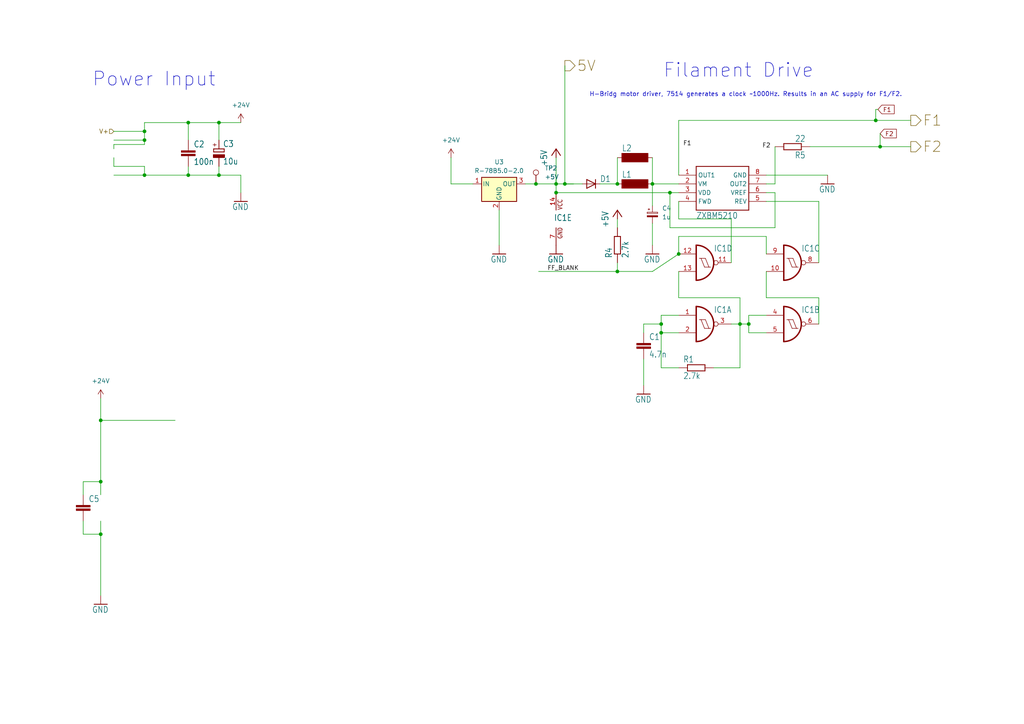
<source format=kicad_sch>
(kicad_sch (version 20230121) (generator eeschema)
  (paper "A4")
  (lib_symbols
    (symbol "Connector:TestPoint" (pin_numbers hide) (pin_names (offset 0.762) hide)
      (property "Reference" "TP" (at 0 6.858 0))
      (property "Value" "TestPoint" (at 0 5.08 0))
      (symbol "TestPoint_0_1"
        (circle (center 0 3.302) (radius 0.762))
      )
      (symbol "TestPoint_1_1"
        (pin passive line (at 0 0 90) (length 2.54) (name "1") (number "1"))
      )
    )
    (symbol "Device:C_Polarized_Small" (pin_numbers hide) (pin_names (offset 0.254) hide)
      (property "Reference" "C" (at 0.254 1.778 0))
      (property "Value" "C_Polarized_Small" (at 0.254 -2.032 0))
      (symbol "C_Polarized_Small_0_1"
        (rectangle (start -1.524 -0.3048) (end 1.524 -0.6858) (fill (type outline)))
        (rectangle (start -1.524 0.6858) (end 1.524 0.3048))
        (polyline (pts (xy -1.27 1.524) (xy -0.762 1.524)))
        (polyline (pts (xy -1.016 1.27) (xy -1.016 1.778)))
      )
      (symbol "C_Polarized_Small_1_1"
        (pin passive line (at 0 2.54 270) (length 1.8542) (name "~") (number "1"))
        (pin passive line (at 0 -2.54 90) (length 1.8542) (name "~") (number "2"))
      )
    )
    (symbol "Regulator_Switching:R-78B5.0-2.0" (pin_names (offset 0.254))
      (property "Reference" "U" (at -3.81 3.175 0))
      (property "Value" "R-78B5.0-2.0" (at 0 3.175 0))
      (symbol "R-78B5.0-2.0_0_1"
        (rectangle (start -5.08 1.905) (end 5.08 -5.08) (stroke (width 0.254)) (fill (type background)))
      )
      (symbol "R-78B5.0-2.0_1_1"
        (pin power_in line (at -7.62 0 0) (length 2.54) (name "IN") (number "1"))
        (pin power_in line (at 0 -7.62 90) (length 2.54) (name "GND") (number "2"))
        (pin power_out line (at 7.62 0 180) (length 2.54) (name "OUT") (number "3"))
      )
    )
    (symbol "VFD-Power-eagle-import:+5V" (power)
      (property "Value" "+5V" (at -2.54 -5.08 90))
      (symbol "+5V_1_0"
        (polyline (pts (xy 0 0) (xy -1.27 -1.905)) (stroke (width 0.254)))
        (polyline (pts (xy 1.27 -1.905) (xy 0 0)) (stroke (width 0.254)))
        (pin power_in line (at 0 -2.54 90) (length 2.54) (name "+5V") (number "1"))
      )
    )
    (symbol "VFD-Power-eagle-import:74132D"
      (property "Reference" "IC" (at -0.635 -0.635 0))
      (symbol "74132D_1_0"
        (arc (start -2.54 -5.08) (mid 2.5179 0) (end -2.54 5.08) (stroke (width 0.4064)))
        (polyline (pts (xy -2.54 5.08) (xy -2.54 -5.08)) (stroke (width 0.4064)))
        (polyline (pts (xy -1.651 1.27) (xy -1.143 1.27)) (stroke (width 0.1524)))
        (polyline (pts (xy -1.143 1.27) (xy 0.127 1.27)) (stroke (width 0.1524)))
        (polyline (pts (xy -0.127 -1.27) (xy -1.143 1.27)) (stroke (width 0.1524)))
        (polyline (pts (xy -0.127 -1.27) (xy 1.143 -1.27)) (stroke (width 0.1524)))
        (polyline (pts (xy 1.143 -1.27) (xy 0.127 1.27)) (stroke (width 0.1524)))
        (polyline (pts (xy 1.143 -1.27) (xy 1.651 -1.27)) (stroke (width 0.1524)))
        (pin input line (at -7.62 2.54 0) (length 5.08) (name "I0") (number "1"))
        (pin input line (at -7.62 -2.54 0) (length 5.08) (name "I1") (number "2"))
        (pin output inverted (at 7.62 0 180) (length 5.08) (name "O") (number "3"))
      )
      (symbol "74132D_2_0"
        (arc (start -2.54 -5.08) (mid 2.5179 0) (end -2.54 5.08) (stroke (width 0.4064)))
        (polyline (pts (xy -2.54 5.08) (xy -2.54 -5.08)) (stroke (width 0.4064)))
        (polyline (pts (xy -1.651 1.27) (xy -1.143 1.27)) (stroke (width 0.1524)))
        (polyline (pts (xy -1.143 1.27) (xy 0.127 1.27)) (stroke (width 0.1524)))
        (polyline (pts (xy -0.127 -1.27) (xy -1.143 1.27)) (stroke (width 0.1524)))
        (polyline (pts (xy -0.127 -1.27) (xy 1.143 -1.27)) (stroke (width 0.1524)))
        (polyline (pts (xy 1.143 -1.27) (xy 0.127 1.27)) (stroke (width 0.1524)))
        (polyline (pts (xy 1.143 -1.27) (xy 1.651 -1.27)) (stroke (width 0.1524)))
        (pin input line (at -7.62 2.54 0) (length 5.08) (name "I0") (number "4"))
        (pin input line (at -7.62 -2.54 0) (length 5.08) (name "I1") (number "5"))
        (pin output inverted (at 7.62 0 180) (length 5.08) (name "O") (number "6"))
      )
      (symbol "74132D_3_0"
        (arc (start -2.54 -5.08) (mid 2.5179 0) (end -2.54 5.08) (stroke (width 0.4064)))
        (polyline (pts (xy -2.54 5.08) (xy -2.54 -5.08)) (stroke (width 0.4064)))
        (polyline (pts (xy -1.651 1.27) (xy -1.143 1.27)) (stroke (width 0.1524)))
        (polyline (pts (xy -1.143 1.27) (xy 0.127 1.27)) (stroke (width 0.1524)))
        (polyline (pts (xy -0.127 -1.27) (xy -1.143 1.27)) (stroke (width 0.1524)))
        (polyline (pts (xy -0.127 -1.27) (xy 1.143 -1.27)) (stroke (width 0.1524)))
        (polyline (pts (xy 1.143 -1.27) (xy 0.127 1.27)) (stroke (width 0.1524)))
        (polyline (pts (xy 1.143 -1.27) (xy 1.651 -1.27)) (stroke (width 0.1524)))
        (pin input line (at -7.62 -2.54 0) (length 5.08) (name "I1") (number "10"))
        (pin output inverted (at 7.62 0 180) (length 5.08) (name "O") (number "8"))
        (pin input line (at -7.62 2.54 0) (length 5.08) (name "I0") (number "9"))
      )
      (symbol "74132D_4_0"
        (arc (start -2.54 -5.08) (mid 2.5179 0) (end -2.54 5.08) (stroke (width 0.4064)))
        (polyline (pts (xy -2.54 5.08) (xy -2.54 -5.08)) (stroke (width 0.4064)))
        (polyline (pts (xy -1.651 1.27) (xy -1.143 1.27)) (stroke (width 0.1524)))
        (polyline (pts (xy -1.143 1.27) (xy 0.127 1.27)) (stroke (width 0.1524)))
        (polyline (pts (xy -0.127 -1.27) (xy -1.143 1.27)) (stroke (width 0.1524)))
        (polyline (pts (xy -0.127 -1.27) (xy 1.143 -1.27)) (stroke (width 0.1524)))
        (polyline (pts (xy 1.143 -1.27) (xy 0.127 1.27)) (stroke (width 0.1524)))
        (polyline (pts (xy 1.143 -1.27) (xy 1.651 -1.27)) (stroke (width 0.1524)))
        (pin output inverted (at 7.62 0 180) (length 5.08) (name "O") (number "11"))
        (pin input line (at -7.62 2.54 0) (length 5.08) (name "I0") (number "12"))
        (pin input line (at -7.62 -2.54 0) (length 5.08) (name "I1") (number "13"))
      )
      (symbol "74132D_5_0"
        (text "GND" (at 1.905 -5.842 900) (effects (font (size 1.27 1.0795)) (justify left bottom)))
        (text "VCC" (at 1.905 2.54 900) (effects (font (size 1.27 1.0795)) (justify left bottom)))
        (pin power_in line (at 0 7.62 270) (length 5.08) (name "VCC") (number "14"))
        (pin power_in line (at 0 -7.62 90) (length 5.08) (name "GND") (number "7"))
      )
    )
    (symbol "VFD-Power-eagle-import:C-EUC1206"
      (property "Reference" "C" (at 1.524 0.381 0))
      (symbol "C-EUC1206_1_0"
        (rectangle (start -2.032 -2.032) (end 2.032 -1.524) (fill (type outline)))
        (rectangle (start -2.032 -1.016) (end 2.032 -0.508) (fill (type outline)))
        (polyline (pts (xy 0 -2.54) (xy 0 -2.032)) (stroke (width 0.1524)))
        (polyline (pts (xy 0 0) (xy 0 -0.508)) (stroke (width 0.1524)))
        (pin passive line (at 0 2.54 270) (length 2.54) (name "1") (number "1"))
        (pin passive line (at 0 -5.08 90) (length 2.54) (name "2") (number "2"))
      )
    )
    (symbol "VFD-Power-eagle-import:CPOL-EU153CLV-0807"
      (property "Reference" "C" (at 1.143 0.4826 0))
      (symbol "CPOL-EU153CLV-0807_1_0"
        (rectangle (start -1.651 -2.54) (end 1.651 -1.651) (fill (type outline)))
        (polyline (pts (xy -1.524 -0.889) (xy 1.524 -0.889)) (stroke (width 0.254)))
        (polyline (pts (xy -1.524 0) (xy -1.524 -0.889)) (stroke (width 0.254)))
        (polyline (pts (xy -1.524 0) (xy 1.524 0)) (stroke (width 0.254)))
        (polyline (pts (xy 1.524 -0.889) (xy 1.524 0)) (stroke (width 0.254)))
        (text "+" (at -0.5842 0.4064 900) (effects (font (size 1.27 1.0795)) (justify left bottom)))
        (pin passive line (at 0 2.54 270) (length 2.54) (name "+") (number "+"))
        (pin passive line (at 0 -5.08 90) (length 2.54) (name "-") (number "-"))
      )
    )
    (symbol "VFD-Power-eagle-import:GND" (power)
      (property "Value" "GND" (at -2.54 -2.54 0))
      (symbol "GND_1_0"
        (polyline (pts (xy -1.905 0) (xy 1.905 0)) (stroke (width 0.254)))
        (pin power_in line (at 0 2.54 270) (length 2.54) (name "GND") (number "1"))
      )
    )
    (symbol "VFD-Power-eagle-import:MS85"
      (property "Reference" "L" (at -3.81 1.778 0))
      (symbol "MS85_1_0"
        (rectangle (start -3.81 -1.27) (end 3.81 1.27) (fill (type outline)))
        (pin passive line (at -5.08 0 0) (length 2.54) (name "1") (number "1"))
        (pin passive line (at 5.08 0 180) (length 2.54) (name "2") (number "2"))
      )
    )
    (symbol "VFD-Power-eagle-import:R-EU_0411/15"
      (property "Reference" "R" (at -3.81 1.4986 0))
      (symbol "R-EU_0411/15_1_0"
        (polyline (pts (xy -2.54 -0.889) (xy -2.54 0.889)) (stroke (width 0.254)))
        (polyline (pts (xy -2.54 -0.889) (xy 2.54 -0.889)) (stroke (width 0.254)))
        (polyline (pts (xy 2.54 -0.889) (xy 2.54 0.889)) (stroke (width 0.254)))
        (polyline (pts (xy 2.54 0.889) (xy -2.54 0.889)) (stroke (width 0.254)))
        (pin passive line (at -5.08 0 0) (length 2.54) (name "1") (number "1"))
        (pin passive line (at 5.08 0 180) (length 2.54) (name "2") (number "2"))
      )
    )
    (symbol "VFD-Power-eagle-import:R-EU_R1206"
      (property "Reference" "R" (at -3.81 1.4986 0))
      (symbol "R-EU_R1206_1_0"
        (polyline (pts (xy -2.54 -0.889) (xy -2.54 0.889)) (stroke (width 0.254)))
        (polyline (pts (xy -2.54 -0.889) (xy 2.54 -0.889)) (stroke (width 0.254)))
        (polyline (pts (xy 2.54 -0.889) (xy 2.54 0.889)) (stroke (width 0.254)))
        (polyline (pts (xy 2.54 0.889) (xy -2.54 0.889)) (stroke (width 0.254)))
        (pin passive line (at -5.08 0 0) (length 2.54) (name "1") (number "1"))
        (pin passive line (at 5.08 0 180) (length 2.54) (name "2") (number "2"))
      )
    )
    (symbol "VFD-Power-eagle-import:SM-NE45"
      (property "Reference" "L" (at -3.81 1.778 0))
      (symbol "SM-NE45_1_0"
        (rectangle (start -3.81 -1.27) (end 3.81 1.27) (fill (type outline)))
        (pin passive line (at -5.08 0 0) (length 2.54) (name "1") (number "1"))
        (pin passive line (at 5.08 0 180) (length 2.54) (name "2") (number "2"))
      )
    )
    (symbol "VFD-Power-eagle-import:ZXBM5210"
      (symbol "ZXBM5210_1_0"
        (polyline (pts (xy -7.62 -7.62) (xy 7.62 -7.62)) (stroke (width 0.254)))
        (polyline (pts (xy -7.62 5.08) (xy -7.62 -7.62)) (stroke (width 0.254)))
        (polyline (pts (xy 7.62 -7.62) (xy 7.62 5.08)) (stroke (width 0.254)))
        (polyline (pts (xy 7.62 5.08) (xy -7.62 5.08)) (stroke (width 0.254)))
        (pin bidirectional line (at -12.7 2.54 0) (length 5.08) (name "OUT1") (number "1"))
        (pin bidirectional line (at -12.7 0 0) (length 5.08) (name "VM") (number "2"))
        (pin bidirectional line (at -12.7 -2.54 0) (length 5.08) (name "VDD") (number "3"))
        (pin bidirectional line (at -12.7 -5.08 0) (length 5.08) (name "FWD") (number "4"))
        (pin bidirectional line (at 12.7 -5.08 180) (length 5.08) (name "REV") (number "5"))
        (pin bidirectional line (at 12.7 -2.54 180) (length 5.08) (name "VREF") (number "6"))
        (pin bidirectional line (at 12.7 0 180) (length 5.08) (name "OUT2") (number "7"))
        (pin bidirectional line (at 12.7 2.54 180) (length 5.08) (name "GND") (number "8"))
      )
    )
    (symbol "VFD-Power:DIODE-SOD123"
      (property "Reference" "D" (at -1.27 2.54 0))
      (symbol "DIODE-SOD123_1_0"
        (polyline (pts (xy -1.27 -1.27) (xy 1.27 0)) (stroke (width 0.254)))
        (polyline (pts (xy -1.27 1.27) (xy -1.27 -1.27)) (stroke (width 0.254)))
        (polyline (pts (xy 1.27 0) (xy -1.27 1.27)) (stroke (width 0.254)))
        (polyline (pts (xy 1.27 0) (xy 1.27 -1.27)) (stroke (width 0.254)))
        (polyline (pts (xy 1.27 1.27) (xy 1.27 0)) (stroke (width 0.254)))
        (pin passive line (at -2.54 0 0) (length 2.54) (name "A") (number "A"))
        (pin passive line (at 2.54 0 180) (length 2.54) (name "C") (number "C"))
      )
    )
    (symbol "power:+24V" (power) (pin_names (offset 0))
      (property "Value" "+24V" (at 0 3.556 0))
      (symbol "+24V_0_1"
        (polyline (pts (xy -0.762 1.27) (xy 0 2.54)))
        (polyline (pts (xy 0 0) (xy 0 2.54)))
        (polyline (pts (xy 0 2.54) (xy 0.762 1.27)))
      )
      (symbol "+24V_1_1"
        (pin power_in line (at 0 0 90) (length 0) hide (name "+24V") (number "1"))
      )
    )
  )
  (junction (at 214.63 93.98))
  (junction (at 54.61 50.8))
  (junction (at 29.21 139.7))
  (junction (at 191.77 96.52))
  (junction (at 41.91 38.1))
  (junction (at 179.07 53.34))
  (junction (at 196.85 73.66))
  (junction (at 63.5 35.56))
  (junction (at 254 34.925))
  (junction (at 255.27 42.545))
  (junction (at 191.77 93.98))
  (junction (at 161.29 53.34))
  (junction (at 163.83 53.34))
  (junction (at 63.5 50.8))
  (junction (at 155.448 53.34))
  (junction (at 54.61 35.56))
  (junction (at 217.17 93.98))
  (junction (at 189.23 53.34))
  (junction (at 29.21 121.92))
  (junction (at 29.21 154.94))
  (junction (at 179.07 78.74))
  (junction (at 161.29 55.88))
  (junction (at 41.91 50.8))
  (junction (at 194.31 55.88))
  (junction (at 41.91 40.64))
  (wire (pts (xy 155.448 53.34) (xy 161.29 53.34)))
  (wire (pts (xy 41.91 50.8) (xy 54.61 50.8)) (stroke (width 0.1524)))
  (wire (pts (xy 254.635 31.75) (xy 254 31.75)))
  (wire (pts (xy 224.79 55.88) (xy 224.79 66.04)) (stroke (width 0.1524)))
  (wire (pts (xy 196.85 73.66) (xy 189.23 78.74)) (stroke (width 0.1524)))
  (wire (pts (xy 179.07 66.04) (xy 179.07 63.5)) (stroke (width 0.1524)))
  (wire (pts (xy 196.85 86.36) (xy 214.63 86.36)) (stroke (width 0.1524)))
  (wire (pts (xy 33.02 40.64) (xy 41.91 40.64)))
  (wire (pts (xy 41.91 41.91) (xy 41.91 40.64)) (stroke (width 0.1524)))
  (wire (pts (xy 33.02 45.72) (xy 33.02 48.26)) (stroke (width 0.1524)))
  (wire (pts (xy 214.63 93.98) (xy 214.63 106.68)) (stroke (width 0.1524)))
  (wire (pts (xy 224.79 42.545) (xy 224.79 53.34)) (stroke (width 0.1524)))
  (wire (pts (xy 163.83 53.34) (xy 168.91 53.34)) (stroke (width 0.1524)))
  (wire (pts (xy 254 34.925) (xy 196.85 34.925)))
  (wire (pts (xy 29.21 139.7) (xy 29.21 143.51)) (stroke (width 0.1524)))
  (wire (pts (xy 196.85 34.925) (xy 196.85 50.8)))
  (wire (pts (xy 196.85 58.42) (xy 196.85 63.5)) (stroke (width 0.1524)))
  (wire (pts (xy 29.21 121.92) (xy 29.21 115.57)) (stroke (width 0.1524)))
  (wire (pts (xy 255.27 42.545) (xy 264.16 42.545)))
  (wire (pts (xy 237.49 58.42) (xy 222.25 58.42)) (stroke (width 0.1524)))
  (wire (pts (xy 189.23 59.69) (xy 189.23 53.34)) (stroke (width 0.1524)))
  (wire (pts (xy 144.78 60.96) (xy 144.78 71.12)))
  (wire (pts (xy 163.83 19.05) (xy 163.83 53.34)))
  (wire (pts (xy 179.07 76.2) (xy 179.07 78.74)) (stroke (width 0.1524)))
  (wire (pts (xy 33.02 38.1) (xy 41.91 38.1)))
  (wire (pts (xy 255.27 38.735) (xy 255.27 42.545)))
  (wire (pts (xy 29.21 154.94) (xy 29.21 151.13)) (stroke (width 0.1524)))
  (wire (pts (xy 33.02 41.91) (xy 41.91 41.91)) (stroke (width 0.1524)))
  (wire (pts (xy 189.23 64.77) (xy 189.23 71.12)) (stroke (width 0.1524)))
  (wire (pts (xy 179.07 45.72) (xy 179.07 53.34)) (stroke (width 0.1524)))
  (wire (pts (xy 161.29 53.34) (xy 161.29 52.07)))
  (wire (pts (xy 222.25 68.58) (xy 196.85 68.58)) (stroke (width 0.1524)))
  (wire (pts (xy 163.83 53.34) (xy 161.29 53.34)) (stroke (width 0.1524)))
  (wire (pts (xy 189.23 53.34) (xy 196.85 53.34)) (stroke (width 0.1524)))
  (wire (pts (xy 254 31.75) (xy 254 34.925)))
  (wire (pts (xy 179.07 78.74) (xy 156.21 78.74)) (stroke (width 0.1524)))
  (wire (pts (xy 41.91 38.1) (xy 41.91 35.56)) (stroke (width 0.1524)))
  (wire (pts (xy 222.25 78.74) (xy 222.25 86.36)) (stroke (width 0.1524)))
  (wire (pts (xy 54.61 40.64) (xy 54.61 35.56)) (stroke (width 0.1524)))
  (wire (pts (xy 212.09 93.98) (xy 214.63 93.98)) (stroke (width 0.1524)))
  (wire (pts (xy 224.79 53.34) (xy 222.25 53.34)) (stroke (width 0.1524)))
  (wire (pts (xy 214.63 106.68) (xy 207.01 106.68)) (stroke (width 0.1524)))
  (wire (pts (xy 41.91 40.64) (xy 41.91 38.1)) (stroke (width 0.1524)))
  (wire (pts (xy 161.29 45.72) (xy 161.29 53.34)) (stroke (width 0.1524)))
  (wire (pts (xy 161.29 55.88) (xy 194.31 55.88)) (stroke (width 0.1524)))
  (wire (pts (xy 222.25 55.88) (xy 224.79 55.88)) (stroke (width 0.1524)))
  (wire (pts (xy 29.21 121.92) (xy 50.8 121.92)) (stroke (width 0.1524)))
  (wire (pts (xy 29.21 139.7) (xy 24.13 139.7)) (stroke (width 0.1524)))
  (wire (pts (xy 29.21 172.72) (xy 29.21 154.94)) (stroke (width 0.1524)))
  (wire (pts (xy 69.85 50.8) (xy 63.5 50.8)) (stroke (width 0.1524)))
  (wire (pts (xy 130.81 53.34) (xy 137.16 53.34)))
  (wire (pts (xy 29.21 154.94) (xy 24.13 154.94)) (stroke (width 0.1524)))
  (wire (pts (xy 33.02 43.18) (xy 33.02 41.91)) (stroke (width 0.1524)))
  (wire (pts (xy 29.21 121.92) (xy 29.21 139.7)) (stroke (width 0.1524)))
  (wire (pts (xy 173.99 53.34) (xy 179.07 53.34)) (stroke (width 0.1524)))
  (wire (pts (xy 191.77 91.44) (xy 191.77 93.98)) (stroke (width 0.1524)))
  (wire (pts (xy 63.5 40.64) (xy 63.5 35.56)) (stroke (width 0.1524)))
  (wire (pts (xy 41.91 35.56) (xy 54.61 35.56)) (stroke (width 0.1524)))
  (wire (pts (xy 189.23 45.72) (xy 189.23 53.34)) (stroke (width 0.1524)))
  (wire (pts (xy 234.95 42.545) (xy 255.27 42.545)))
  (wire (pts (xy 33.02 48.26) (xy 41.91 48.26)) (stroke (width 0.1524)))
  (wire (pts (xy 186.69 111.76) (xy 186.69 104.14)) (stroke (width 0.1524)))
  (wire (pts (xy 222.25 73.66) (xy 222.25 68.58)) (stroke (width 0.1524)))
  (wire (pts (xy 33.02 50.8) (xy 41.91 50.8)))
  (wire (pts (xy 222.25 50.8) (xy 240.03 50.8)) (stroke (width 0.1524)))
  (wire (pts (xy 54.61 35.56) (xy 63.5 35.56)) (stroke (width 0.1524)))
  (wire (pts (xy 217.17 96.52) (xy 217.17 93.98)) (stroke (width 0.1524)))
  (wire (pts (xy 161.29 53.34) (xy 161.29 55.88)) (stroke (width 0.1524)))
  (wire (pts (xy 196.85 68.58) (xy 196.85 73.66)) (stroke (width 0.1524)))
  (wire (pts (xy 130.81 45.72) (xy 130.81 53.34)))
  (wire (pts (xy 69.85 55.88) (xy 69.85 50.8)) (stroke (width 0.1524)))
  (wire (pts (xy 196.85 96.52) (xy 191.77 96.52)) (stroke (width 0.1524)))
  (wire (pts (xy 237.49 86.36) (xy 237.49 93.98)) (stroke (width 0.1524)))
  (wire (pts (xy 264.16 34.925) (xy 254 34.925)))
  (wire (pts (xy 194.31 55.88) (xy 196.85 55.88)) (stroke (width 0.1524)))
  (wire (pts (xy 191.77 96.52) (xy 191.77 93.98)) (stroke (width 0.1524)))
  (wire (pts (xy 63.5 50.8) (xy 54.61 50.8)) (stroke (width 0.1524)))
  (wire (pts (xy 196.85 91.44) (xy 191.77 91.44)) (stroke (width 0.1524)))
  (wire (pts (xy 186.69 93.98) (xy 191.77 93.98)) (stroke (width 0.1524)))
  (wire (pts (xy 54.61 50.8) (xy 54.61 48.26)) (stroke (width 0.1524)))
  (wire (pts (xy 194.31 66.04) (xy 194.31 55.88)) (stroke (width 0.1524)))
  (wire (pts (xy 63.5 35.56) (xy 69.85 35.56)))
  (wire (pts (xy 222.25 86.36) (xy 237.49 86.36)) (stroke (width 0.1524)))
  (wire (pts (xy 189.23 78.74) (xy 179.07 78.74)) (stroke (width 0.1524)))
  (wire (pts (xy 191.77 106.68) (xy 191.77 96.52)) (stroke (width 0.1524)))
  (wire (pts (xy 196.85 106.68) (xy 191.77 106.68)) (stroke (width 0.1524)))
  (wire (pts (xy 237.49 76.2) (xy 237.49 58.42)) (stroke (width 0.1524)))
  (wire (pts (xy 217.17 93.98) (xy 214.63 93.98)) (stroke (width 0.1524)))
  (wire (pts (xy 196.85 86.36) (xy 196.85 78.74)) (stroke (width 0.1524)))
  (wire (pts (xy 222.25 91.44) (xy 217.17 91.44)) (stroke (width 0.1524)))
  (wire (pts (xy 212.09 63.5) (xy 212.09 76.2)) (stroke (width 0.1524)))
  (wire (pts (xy 222.25 96.52) (xy 217.17 96.52)) (stroke (width 0.1524)))
  (wire (pts (xy 41.91 48.26) (xy 41.91 50.8)) (stroke (width 0.1524)))
  (wire (pts (xy 214.63 86.36) (xy 214.63 93.98)) (stroke (width 0.1524)))
  (wire (pts (xy 24.13 143.51) (xy 24.13 139.7)) (stroke (width 0.1524)))
  (wire (pts (xy 217.17 91.44) (xy 217.17 93.98)) (stroke (width 0.1524)))
  (wire (pts (xy 163.83 53.34) (xy 166.37 53.34)))
  (wire (pts (xy 196.85 63.5) (xy 212.09 63.5)) (stroke (width 0.1524)))
  (wire (pts (xy 186.69 96.52) (xy 186.69 93.98)) (stroke (width 0.1524)))
  (wire (pts (xy 24.13 154.94) (xy 24.13 151.13)) (stroke (width 0.1524)))
  (wire (pts (xy 63.5 50.8) (xy 63.5 48.26)) (stroke (width 0.1524)))
  (wire (pts (xy 152.4 53.34) (xy 155.448 53.34)))
  (wire (pts (xy 224.79 66.04) (xy 194.31 66.04)) (stroke (width 0.1524)))
  (text "Power Input" (at 26.67 25.4 0) (effects (font (size 4 4)) (justify left bottom)))
  (text "Filament Drive" (at 192.278 22.86 0) (effects (font (size 4 4)) (justify left bottom)))
  (text "H-Bridg motor driver, 7514 generates a clock ~1000Hz. Results in an AC supply for F1/F2." (at 170.942 28.194 0) (effects (font (size 1.27 1.27)) (justify left bottom)))
  (label "F1" (at 198.12 42.545 0) (effects (font (size 1.2446 1.2446))))
  (label "F2" (at 223.52 43.18 180) (effects (font (size 1.2446 1.2446))))
  (label "FF_BLANK" (at 158.75 78.74 0) (effects (font (size 1.2446 1.2446))))
  (global_label "F1" (shape input) (at 254.635 31.75 0) (property "Intersheetrefs" "${INTERSHEET_REFS}" (effects hide)))
  (global_label "F2" (shape input) (at 255.27 38.735 0) (property "Intersheetrefs" "${INTERSHEET_REFS}" (effects hide)))
  (hierarchical_label "F2" (shape output) (at 264.16 42.545 0) (effects (font (size 3 3))))
  (hierarchical_label "F1" (shape output) (at 264.16 34.925 0) (effects (font (size 3 3))))
  (hierarchical_label "V+" (shape input) (at 33.02 38.1 180))
  (hierarchical_label "5V" (shape output) (at 163.83 19.05 0) (effects (font (size 3 3))))
  (symbol (lib_id "VFD-Power-eagle-import:GND") (at 144.78 73.66 0) (unit 1)
    (property "Reference" "#GND09" (effects hide))
    (property "Value" "GND" (at 142.24 76.2 0) (effects (font (size 1.778 1.5113)) (justify left bottom)))
  )
  (symbol (lib_id "VFD-Power-eagle-import:R-EU_R1206") (at 201.93 106.68 0) (unit 1)
    (property "Reference" "R1" (at 198.12 105.1814 0) (effects (font (size 1.778 1.5113)) (justify left bottom)))
    (property "Value" "2.7k" (at 198.12 109.982 0) (effects (font (size 1.778 1.5113)) (justify left bottom)))
    (property "Footprint" "VFD-Power:R1206" (effects hide))
  )
  (symbol (lib_id "VFD-Power-eagle-import:ZXBM5210") (at 209.55 53.34 0) (unit 1)
    (property "Reference" "IC3" (effects hide))
    (property "Value" "ZXBM5210" (at 201.93 63.5 0) (effects (font (size 1.778 1.5113)) (justify left bottom)))
    (property "Footprint" "VFD-Power:SO8" (effects hide))
  )
  (symbol (lib_id "VFD-Power-eagle-import:74132D") (at 204.47 93.98 0) (unit 1)
    (property "Reference" "IC1" (at 207.01 90.805 0) (effects (font (size 1.778 1.5113)) (justify left bottom)))
    (property "Value" "74132D" (effects hide))
    (property "Footprint" "VFD-Power:SO14" (effects hide))
  )
  (symbol (lib_id "VFD-Power-eagle-import:GND") (at 189.23 73.66 0) (unit 1)
    (property "Reference" "#GND04" (effects hide))
    (property "Value" "GND" (at 186.69 76.2 0) (effects (font (size 1.778 1.5113)) (justify left bottom)))
  )
  (symbol (lib_id "VFD-Power-eagle-import:R-EU_0411/15") (at 229.87 42.545 180) (unit 1)
    (property "Reference" "R5" (at 233.68 44.0436 0) (effects (font (size 1.778 1.5113)) (justify left bottom)))
    (property "Value" "22" (at 233.68 39.243 0) (effects (font (size 1.778 1.5113)) (justify left bottom)))
    (property "Footprint" "VFD-Power:0411_15" (effects hide))
  )
  (symbol (lib_id "power:+24V") (at 29.21 115.57 0) (unit 1)
    (property "Reference" "#PWR010" (effects hide))
    (property "Value" "+24V" (at 29.21 110.49 0))
  )
  (symbol (lib_id "VFD-Power-eagle-import:R-EU_R1206") (at 179.07 71.12 90) (unit 1)
    (property "Reference" "R4" (at 177.5714 74.93 0) (effects (font (size 1.778 1.5113)) (justify left bottom)))
    (property "Value" "2.7k" (at 182.372 74.93 0) (effects (font (size 1.778 1.5113)) (justify left bottom)))
    (property "Footprint" "VFD-Power:R1206" (effects hide))
  )
  (symbol (lib_id "Connector:TestPoint") (at 155.448 53.34 0) (unit 1)
    (property "Reference" "TP2" (at 157.988 48.768 0) (effects (justify left)))
    (property "Value" "+5V" (at 157.988 51.308 0) (effects (justify left)))
    (property "Footprint" "TestPoint:TestPoint_Pad_2.0x2.0mm" (effects hide))
  )
  (symbol (lib_id "VFD-Power-eagle-import:SM-NE45") (at 184.15 53.34 0) (unit 1)
    (property "Reference" "L1" (at 180.34 51.562 0) (effects (font (size 1.778 1.5113)) (justify left bottom)))
    (property "Value" "SM-NE45" (effects hide))
    (property "Footprint" "VFD-Power:SM-NE45" (effects hide))
  )
  (symbol (lib_id "VFD-Power-eagle-import:74132D") (at 204.47 76.2 0) (unit 4)
    (property "Reference" "IC1" (at 207.01 73.025 0) (effects (font (size 1.778 1.5113)) (justify left bottom)))
    (property "Value" "74132D" (effects hide))
    (property "Footprint" "VFD-Power:SO14" (effects hide))
  )
  (symbol (lib_id "power:+24V") (at 69.85 35.56 0) (unit 1)
    (property "Reference" "#PWR09" (effects hide))
    (property "Value" "+24V" (at 69.85 30.48 0))
  )
  (symbol (lib_id "power:+24V") (at 130.81 45.72 0) (unit 1)
    (property "Reference" "#PWR011" (effects hide))
    (property "Value" "+24V" (at 130.81 40.64 0))
  )
  (symbol (lib_id "VFD-Power-eagle-import:MS85") (at 184.15 45.72 0) (unit 1)
    (property "Reference" "L2" (at 180.34 43.942 0) (effects (font (size 1.778 1.5113)) (justify left bottom)))
    (property "Value" "MS85" (effects hide))
    (property "Footprint" "VFD-Power:MS85" (effects hide))
  )
  (symbol (lib_id "VFD-Power-eagle-import:C-EUC1206") (at 24.13 146.05 0) (unit 1)
    (property "Reference" "C5" (at 25.654 145.669 0) (effects (font (size 1.778 1.5113)) (justify left bottom)))
    (property "Value" "C-EUC1206" (effects hide))
    (property "Footprint" "VFD-Power:C1206" (effects hide))
  )
  (symbol (lib_id "Device:C_Polarized_Small") (at 189.23 62.23 0) (unit 1)
    (property "Reference" "C4" (at 192.024 60.4139 0) (effects (justify left)))
    (property "Value" "1u" (at 192.024 62.9539 0) (effects (justify left)))
    (property "Footprint" "Capacitor_SMD:C_0603_1608Metric_Pad1.08x0.95mm_HandSolder" (effects hide))
  )
  (symbol (lib_id "VFD-Power:DIODE-SOD123") (at 171.45 53.34 0) (unit 1)
    (property "Reference" "D1" (at 173.99 52.8574 0) (effects (font (size 1.778 1.5113)) (justify left bottom)))
    (property "Value" "DIODE-SMB" (effects hide))
    (property "Footprint" "Diode_SMD:Nexperia_CFP3_SOD-123W" (effects hide))
  )
  (symbol (lib_id "Regulator_Switching:R-78B5.0-2.0") (at 144.78 53.34 0) (unit 1)
    (property "Reference" "U3" (at 144.78 46.99 0))
    (property "Value" "R-78B5.0-2.0" (at 144.78 49.53 0))
    (property "Footprint" "Converter_DCDC:Converter_DCDC_RECOM_R-78B-2.0_THT" (effects hide))
    (property "Datasheet" "https://www.recom-power.com/pdf/Innoline/R-78Bxx-2.0.pdf" (effects hide))
  )
  (symbol (lib_id "VFD-Power-eagle-import:C-EUC1206") (at 186.69 99.06 0) (unit 1)
    (property "Reference" "C1" (at 188.214 98.679 0) (effects (font (size 1.778 1.5113)) (justify left bottom)))
    (property "Value" "4.7n" (at 188.214 103.759 0) (effects (font (size 1.778 1.5113)) (justify left bottom)))
    (property "Footprint" "VFD-Power:C1206" (effects hide))
  )
  (symbol (lib_id "VFD-Power-eagle-import:GND") (at 161.29 73.66 0) (unit 1)
    (property "Reference" "#GND010" (effects hide))
    (property "Value" "GND" (at 158.75 76.2 0) (effects (font (size 1.778 1.5113)) (justify left bottom)))
  )
  (symbol (lib_id "VFD-Power-eagle-import:74132D") (at 229.87 76.2 0) (unit 3)
    (property "Reference" "IC1" (at 232.41 73.025 0) (effects (font (size 1.778 1.5113)) (justify left bottom)))
    (property "Value" "74132D" (effects hide))
    (property "Footprint" "VFD-Power:SO14" (effects hide))
  )
  (symbol (lib_id "VFD-Power-eagle-import:GND") (at 240.03 53.34 0) (unit 1)
    (property "Reference" "#GND03" (effects hide))
    (property "Value" "GND" (at 237.49 55.88 0) (effects (font (size 1.778 1.5113)) (justify left bottom)))
  )
  (symbol (lib_id "VFD-Power-eagle-import:+5V") (at 161.29 43.18 0) (unit 1)
    (property "Reference" "#P+01" (effects hide))
    (property "Value" "+5V" (at 158.75 48.26 90) (effects (font (size 1.778 1.5113)) (justify left bottom)))
  )
  (symbol (lib_id "VFD-Power-eagle-import:74132D") (at 229.87 93.98 0) (unit 2)
    (property "Reference" "IC1" (at 232.41 90.805 0) (effects (font (size 1.778 1.5113)) (justify left bottom)))
    (property "Value" "74132D" (effects hide))
    (property "Footprint" "VFD-Power:SO14" (effects hide))
  )
  (symbol (lib_id "VFD-Power-eagle-import:GND") (at 69.85 58.42 0) (unit 1)
    (property "Reference" "#GND02" (effects hide))
    (property "Value" "GND" (at 67.31 60.96 0) (effects (font (size 1.778 1.5113)) (justify left bottom)))
  )
  (symbol (lib_id "VFD-Power-eagle-import:GND") (at 186.69 114.3 0) (unit 1)
    (property "Reference" "#GND01" (effects hide))
    (property "Value" "GND" (at 184.15 116.84 0) (effects (font (size 1.778 1.5113)) (justify left bottom)))
  )
  (symbol (lib_id "VFD-Power-eagle-import:CPOL-EU153CLV-0807") (at 63.5 43.18 0) (unit 1)
    (property "Reference" "C3" (at 64.643 42.6974 0) (effects (font (size 1.778 1.5113)) (justify left bottom)))
    (property "Value" "10u" (at 64.643 47.7774 0) (effects (font (size 1.778 1.5113)) (justify left bottom)))
    (property "Footprint" "VFD-Power:153CLV-0807" (effects hide))
  )
  (symbol (lib_id "VFD-Power-eagle-import:C-EUC1206") (at 54.61 43.18 0) (unit 1)
    (property "Reference" "C2" (at 56.134 42.799 0) (effects (font (size 1.778 1.5113)) (justify left bottom)))
    (property "Value" "100n" (at 56.134 47.879 0) (effects (font (size 1.778 1.5113)) (justify left bottom)))
    (property "Footprint" "VFD-Power:C1206" (effects hide))
  )
  (symbol (lib_id "VFD-Power-eagle-import:GND") (at 29.21 175.26 0) (unit 1)
    (property "Reference" "#GND05" (effects hide))
    (property "Value" "GND" (at 26.67 177.8 0) (effects (font (size 1.778 1.5113)) (justify left bottom)))
  )
  (symbol (lib_id "VFD-Power-eagle-import:+5V") (at 179.07 60.96 0) (unit 1)
    (property "Reference" "#P+05" (effects hide))
    (property "Value" "+5V" (at 176.53 66.04 90) (effects (font (size 1.778 1.5113)) (justify left bottom)))
  )
  (symbol (lib_id "VFD-Power-eagle-import:74132D") (at 161.29 63.5 0) (unit 5)
    (property "Reference" "IC1" (at 160.655 64.135 0) (effects (font (size 1.778 1.5113)) (justify left bottom)))
    (property "Value" "74132D" (effects hide))
    (property "Footprint" "VFD-Power:SO14" (effects hide))
  )
)
</source>
